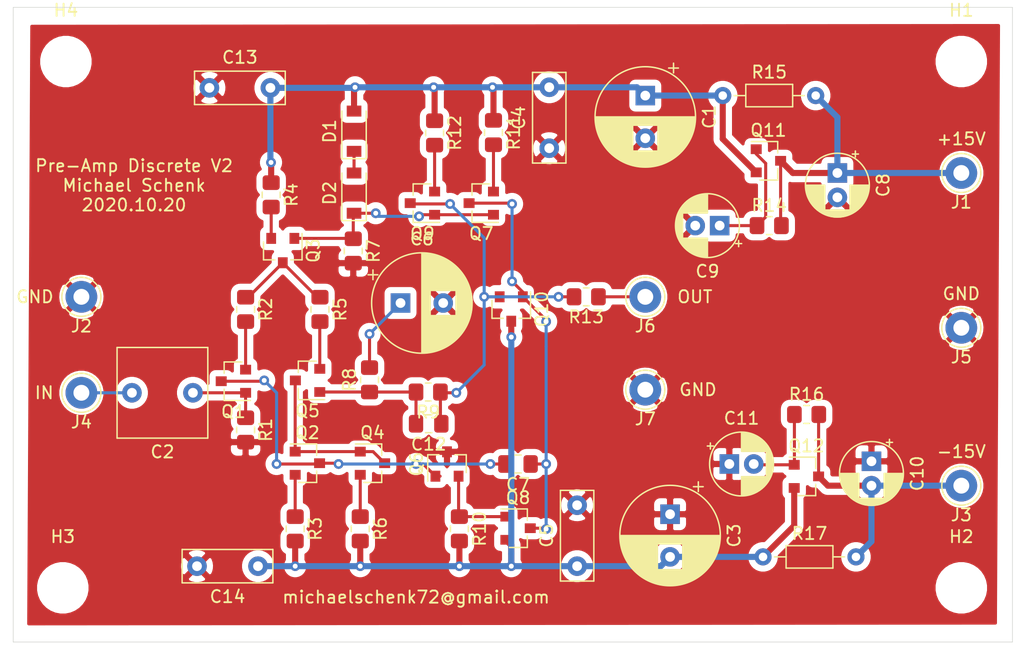
<source format=kicad_pcb>
(kicad_pcb (version 20171130) (host pcbnew "(5.1.7-0-10_14)")
  (layers (0 F.Cu signal) (31 B.Cu signal) (34 B.Paste user) (35 F.Paste user) (36 B.SilkS user) (37 F.SilkS user) (38 B.Mask user) (39 F.Mask user) (44 Edge.Cuts user))
  (net 0 "")
  (net 1 GND)
  (net 2 +15V)
  (net 3 "Net-(C2-Pad2)")
  (net 4 "Net-(C2-Pad1)")
  (net 5 -15V)
  (net 6 "Net-(C6-Pad1)")
  (net 7 "Net-(C7-Pad2)")
  (net 8 "Net-(C7-Pad1)")
  (net 9 "Net-(C8-Pad1)")
  (net 10 "Net-(C9-Pad1)")
  (net 11 "Net-(C10-Pad2)")
  (net 12 "Net-(C11-Pad2)")
  (net 13 "Net-(D1-Pad1)")
  (net 14 "Net-(D2-Pad1)")
  (net 15 "Net-(J6-Pad1)")
  (net 16 "Net-(Q1-Pad2)")
  (net 17 "Net-(Q2-Pad2)")
  (net 18 "Net-(Q2-Pad1)")
  (net 19 "Net-(Q3-Pad3)")
  (net 20 "Net-(Q3-Pad2)")
  (net 21 "Net-(Q4-Pad2)")
  (net 22 "Net-(Q5-Pad2)")
  (net 23 "Net-(Q6-Pad2)")
  (net 24 "Net-(Q7-Pad2)")
  (net 25 "Net-(Q9-Pad2)")
  (net 26 "Net-(C12-Pad2)")
  (net 27 "Net-(C12-Pad1)")
  (module Capacitor_THT:C_Rect_L7.2mm_W2.5mm_P5.00mm_FKS2_FKP2_MKS2_MKP2 (layer F.Cu) (at 141.986 141.732 180)
    (fp_text reference C14 (at 2.5 -2.5) (layer F.SilkS))
    (fp_text value 100nF)
    (pad 2 thru_hole circle (at 5 0 180) (size 1.6 1.6) (drill 0.8) (layers *.Cu *.Mask) (net 1 GND))
    (pad 1 thru_hole circle (at 0 0 180) (size 1.6 1.6) (drill 0.8) (layers *.Cu *.Mask) (net 5 -15V))
  )
  (module Capacitor_THT:C_Rect_L7.2mm_W2.5mm_P5.00mm_FKS2_FKP2_MKS2_MKP2 (layer F.Cu) (at 138.002 102.489)
    (fp_text reference C13 (at 2.5 -2.5) (layer F.SilkS))
    (fp_text value 100nF)
    (pad 2 thru_hole circle (at 5 0) (size 1.6 1.6) (drill 0.8) (layers *.Cu *.Mask) (net 2 +15V))
    (pad 1 thru_hole circle (at 0 0) (size 1.6 1.6) (drill 0.8) (layers *.Cu *.Mask) (net 1 GND))
  )
  (module Capacitor_THT:C_Rect_L7.2mm_W2.5mm_P5.00mm_FKS2_FKP2_MKS2_MKP2 (layer F.Cu) (at 168.148 141.732 90)
    (fp_text reference C5 (at 2.5 -2.5 90) (layer F.SilkS))
    (fp_text value 100nF)
    (pad 2 thru_hole circle (at 5 0 90) (size 1.6 1.6) (drill 0.8) (layers *.Cu *.Mask) (net 1 GND))
    (pad 1 thru_hole circle (at 0 0 90) (size 1.6 1.6) (drill 0.8) (layers *.Cu *.Mask) (net 5 -15V))
  )
  (module Capacitor_THT:C_Rect_L7.2mm_W2.5mm_P5.00mm_FKS2_FKP2_MKS2_MKP2 (layer F.Cu) (at 165.862 107.442 90)
    (fp_text reference C4 (at 2.5 -2.5 90) (layer F.SilkS))
    (fp_text value 100nF)
    (pad 2 thru_hole circle (at 5 0 90) (size 1.6 1.6) (drill 0.8) (layers *.Cu *.Mask) (net 2 +15V))
    (pad 1 thru_hole circle (at 0 0 90) (size 1.6 1.6) (drill 0.8) (layers *.Cu *.Mask) (net 1 GND))
  )
  (module Resistor_SMD:R_0805_2012Metric_Pad1.20x1.40mm_HandSolder (layer F.Cu) (at 143.0655 111.268 270)
    (fp_text reference R4 (at 0 -1.65 90) (layer F.SilkS))
    (fp_text value 150R)
    (pad 2 smd roundrect (at 1 0 270) (size 1.2 1.4) (layers F.Cu F.Paste F.Mask) (roundrect_rratio 0.2083325) (net 20 "Net-(Q3-Pad2)"))
    (pad 1 smd roundrect (at -1 0 270) (size 1.2 1.4) (layers F.Cu F.Paste F.Mask) (roundrect_rratio 0.2083325) (net 2 +15V))
  )
  (module Capacitor_SMD:C_0805_2012Metric_Pad1.18x1.45mm_HandSolder (layer F.Cu) (at 163.3005 133.35 180)
    (fp_text reference C7 (at 0 -1.68) (layer F.SilkS))
    (fp_text value 270pF)
    (pad 2 smd roundrect (at 1.0375 0 180) (size 1.175 1.45) (layers F.Cu F.Paste F.Mask) (roundrect_rratio 0.212766) (net 7 "Net-(C7-Pad2)"))
    (pad 1 smd roundrect (at -1.0375 0 180) (size 1.175 1.45) (layers F.Cu F.Paste F.Mask) (roundrect_rratio 0.212766) (net 8 "Net-(C7-Pad1)"))
  )
  (module Capacitor_SMD:C_0805_2012Metric_Pad1.18x1.45mm_HandSolder (layer F.Cu) (at 155.9775 130.048 180)
    (fp_text reference C12 (at 0 -1.68) (layer F.SilkS))
    (fp_text value 4.7pF)
    (pad 2 smd roundrect (at 1.0375 0 180) (size 1.175 1.45) (layers F.Cu F.Paste F.Mask) (roundrect_rratio 0.212766) (net 26 "Net-(C12-Pad2)"))
    (pad 1 smd roundrect (at -1.0375 0 180) (size 1.175 1.45) (layers F.Cu F.Paste F.Mask) (roundrect_rratio 0.212766) (net 27 "Net-(C12-Pad1)"))
  )
  (module Package_TO_SOT_SMD:SOT-23 (layer F.Cu) (at 155.464 111.948 180)
    (fp_text reference Q9 (at 0 -2.5) (layer F.SilkS))
    (fp_text value BC860C)
    (pad 1 smd rect (at -1 -0.95 180) (size 0.9 0.8) (layers F.Cu F.Paste F.Mask) (net 14 "Net-(D2-Pad1)"))
    (pad 2 smd rect (at -1 0.95 180) (size 0.9 0.8) (layers F.Cu F.Paste F.Mask) (net 25 "Net-(Q9-Pad2)"))
    (pad 3 smd rect (at 1 0 180) (size 0.9 0.8) (layers F.Cu F.Paste F.Mask) (net 27 "Net-(C12-Pad1)"))
  )
  (module Resistor_SMD:R_0805_2012Metric_Pad1.20x1.40mm_HandSolder (layer F.Cu) (at 140.97 130.556 270)
    (fp_text reference R1 (at 0 -1.65 90) (layer F.SilkS))
    (fp_text value 22k)
    (pad 2 smd roundrect (at 1 0 270) (size 1.2 1.4) (layers F.Cu F.Paste F.Mask) (roundrect_rratio 0.2083325) (net 1 GND))
    (pad 1 smd roundrect (at -1 0 270) (size 1.2 1.4) (layers F.Cu F.Paste F.Mask) (roundrect_rratio 0.2083325) (net 4 "Net-(C2-Pad1)"))
  )
  (module Resistor_THT:R_Axial_DIN0204_L3.6mm_D1.6mm_P7.62mm_Horizontal (layer F.Cu) (at 183.388 140.97)
    (fp_text reference R17 (at 3.81 -1.92) (layer F.SilkS))
    (fp_text value 0R)
    (pad 2 thru_hole oval (at 7.62 0) (size 1.4 1.4) (drill 0.7) (layers *.Cu *.Mask) (net 11 "Net-(C10-Pad2)"))
    (pad 1 thru_hole circle (at 0 0) (size 1.4 1.4) (drill 0.7) (layers *.Cu *.Mask) (net 5 -15V))
  )
  (module Resistor_SMD:R_0805_2012Metric_Pad1.20x1.40mm_HandSolder (layer F.Cu) (at 186.96 129.286)
    (fp_text reference R16 (at 0 -1.65) (layer F.SilkS))
    (fp_text value 22k)
    (pad 2 smd roundrect (at 1 0) (size 1.2 1.4) (layers F.Cu F.Paste F.Mask) (roundrect_rratio 0.2083325) (net 11 "Net-(C10-Pad2)"))
    (pad 1 smd roundrect (at -1 0) (size 1.2 1.4) (layers F.Cu F.Paste F.Mask) (roundrect_rratio 0.2083325) (net 12 "Net-(C11-Pad2)"))
  )
  (module Resistor_THT:R_Axial_DIN0204_L3.6mm_D1.6mm_P7.62mm_Horizontal (layer F.Cu) (at 180.086 103.124)
    (fp_text reference R15 (at 3.81 -1.92) (layer F.SilkS))
    (fp_text value 0R)
    (pad 2 thru_hole oval (at 7.62 0) (size 1.4 1.4) (drill 0.7) (layers *.Cu *.Mask) (net 9 "Net-(C8-Pad1)"))
    (pad 1 thru_hole circle (at 0 0) (size 1.4 1.4) (drill 0.7) (layers *.Cu *.Mask) (net 2 +15V))
  )
  (module Resistor_SMD:R_0805_2012Metric_Pad1.20x1.40mm_HandSolder (layer F.Cu) (at 183.896 113.792)
    (fp_text reference R14 (at 0 -1.65) (layer F.SilkS))
    (fp_text value 22k)
    (pad 2 smd roundrect (at 1 0) (size 1.2 1.4) (layers F.Cu F.Paste F.Mask) (roundrect_rratio 0.2083325) (net 9 "Net-(C8-Pad1)"))
    (pad 1 smd roundrect (at -1 0) (size 1.2 1.4) (layers F.Cu F.Paste F.Mask) (roundrect_rratio 0.2083325) (net 10 "Net-(C9-Pad1)"))
  )
  (module Resistor_SMD:R_0805_2012Metric_Pad1.20x1.40mm_HandSolder (layer F.Cu) (at 168.894 119.634 180)
    (fp_text reference R13 (at 0 -1.65) (layer F.SilkS))
    (fp_text value 47R)
    (pad 2 smd roundrect (at 1 0 180) (size 1.2 1.4) (layers F.Cu F.Paste F.Mask) (roundrect_rratio 0.2083325) (net 27 "Net-(C12-Pad1)"))
    (pad 1 smd roundrect (at -1 0 180) (size 1.2 1.4) (layers F.Cu F.Paste F.Mask) (roundrect_rratio 0.2083325) (net 15 "Net-(J6-Pad1)"))
  )
  (module Resistor_SMD:R_0805_2012Metric_Pad1.20x1.40mm_HandSolder (layer F.Cu) (at 156.464 106.188 270)
    (fp_text reference R12 (at 0 -1.65 90) (layer F.SilkS))
    (fp_text value 100R)
    (pad 2 smd roundrect (at 1 0 270) (size 1.2 1.4) (layers F.Cu F.Paste F.Mask) (roundrect_rratio 0.2083325) (net 25 "Net-(Q9-Pad2)"))
    (pad 1 smd roundrect (at -1 0 270) (size 1.2 1.4) (layers F.Cu F.Paste F.Mask) (roundrect_rratio 0.2083325) (net 2 +15V))
  )
  (module Resistor_SMD:R_0805_2012Metric_Pad1.20x1.40mm_HandSolder (layer F.Cu) (at 161.29 106.156 270)
    (fp_text reference R11 (at 0 -1.65 90) (layer F.SilkS))
    (fp_text value 100R)
    (pad 2 smd roundrect (at 1 0 270) (size 1.2 1.4) (layers F.Cu F.Paste F.Mask) (roundrect_rratio 0.2083325) (net 24 "Net-(Q7-Pad2)"))
    (pad 1 smd roundrect (at -1 0 270) (size 1.2 1.4) (layers F.Cu F.Paste F.Mask) (roundrect_rratio 0.2083325) (net 2 +15V))
  )
  (module Resistor_SMD:R_0805_2012Metric_Pad1.20x1.40mm_HandSolder (layer F.Cu) (at 158.496 138.668 270)
    (fp_text reference R10 (at 0 -1.65 90) (layer F.SilkS))
    (fp_text value 2k2)
    (pad 2 smd roundrect (at 1 0 270) (size 1.2 1.4) (layers F.Cu F.Paste F.Mask) (roundrect_rratio 0.2083325) (net 5 -15V))
    (pad 1 smd roundrect (at -1 0 270) (size 1.2 1.4) (layers F.Cu F.Paste F.Mask) (roundrect_rratio 0.2083325) (net 23 "Net-(Q6-Pad2)"))
  )
  (module Resistor_SMD:R_0805_2012Metric_Pad1.20x1.40mm_HandSolder (layer F.Cu) (at 155.94 127.4445 180)
    (fp_text reference R9 (at 0 -1.65) (layer F.SilkS))
    (fp_text value 22k)
    (pad 2 smd roundrect (at 1 0 180) (size 1.2 1.4) (layers F.Cu F.Paste F.Mask) (roundrect_rratio 0.2083325) (net 26 "Net-(C12-Pad2)"))
    (pad 1 smd roundrect (at -1 0 180) (size 1.2 1.4) (layers F.Cu F.Paste F.Mask) (roundrect_rratio 0.2083325) (net 27 "Net-(C12-Pad1)"))
  )
  (module Resistor_SMD:R_0805_2012Metric_Pad1.20x1.40mm_HandSolder (layer F.Cu) (at 151.13 126.4445 90)
    (fp_text reference R8 (at 0 -1.65 90) (layer F.SilkS))
    (fp_text value 22k)
    (pad 2 smd roundrect (at 1 0 90) (size 1.2 1.4) (layers F.Cu F.Paste F.Mask) (roundrect_rratio 0.2083325) (net 6 "Net-(C6-Pad1)"))
    (pad 1 smd roundrect (at -1 0 90) (size 1.2 1.4) (layers F.Cu F.Paste F.Mask) (roundrect_rratio 0.2083325) (net 26 "Net-(C12-Pad2)"))
  )
  (module Resistor_SMD:R_0805_2012Metric_Pad1.20x1.40mm_HandSolder (layer F.Cu) (at 149.7965 115.8715 270)
    (fp_text reference R7 (at 0 -1.65 90) (layer F.SilkS))
    (fp_text value 22k)
    (pad 2 smd roundrect (at 1 0 270) (size 1.2 1.4) (layers F.Cu F.Paste F.Mask) (roundrect_rratio 0.2083325) (net 1 GND))
    (pad 1 smd roundrect (at -1 0 270) (size 1.2 1.4) (layers F.Cu F.Paste F.Mask) (roundrect_rratio 0.2083325) (net 14 "Net-(D2-Pad1)"))
  )
  (module Resistor_SMD:R_0805_2012Metric_Pad1.20x1.40mm_HandSolder (layer F.Cu) (at 150.368 138.668 270)
    (fp_text reference R6 (at 0 -1.65 90) (layer F.SilkS))
    (fp_text value 68)
    (pad 2 smd roundrect (at 1 0 270) (size 1.2 1.4) (layers F.Cu F.Paste F.Mask) (roundrect_rratio 0.2083325) (net 5 -15V))
    (pad 1 smd roundrect (at -1 0 270) (size 1.2 1.4) (layers F.Cu F.Paste F.Mask) (roundrect_rratio 0.2083325) (net 21 "Net-(Q4-Pad2)"))
  )
  (module Resistor_SMD:R_0805_2012Metric_Pad1.20x1.40mm_HandSolder (layer F.Cu) (at 147.066 120.666 270)
    (fp_text reference R5 (at 0 -1.65 90) (layer F.SilkS))
    (fp_text value 100R)
    (pad 2 smd roundrect (at 1 0 270) (size 1.2 1.4) (layers F.Cu F.Paste F.Mask) (roundrect_rratio 0.2083325) (net 22 "Net-(Q5-Pad2)"))
    (pad 1 smd roundrect (at -1 0 270) (size 1.2 1.4) (layers F.Cu F.Paste F.Mask) (roundrect_rratio 0.2083325) (net 19 "Net-(Q3-Pad3)"))
  )
  (module Resistor_SMD:R_0805_2012Metric_Pad1.20x1.40mm_HandSolder (layer F.Cu) (at 145.034 138.668 270)
    (fp_text reference R3 (at 0 -1.65 90) (layer F.SilkS))
    (fp_text value 68)
    (pad 2 smd roundrect (at 1 0 270) (size 1.2 1.4) (layers F.Cu F.Paste F.Mask) (roundrect_rratio 0.2083325) (net 5 -15V))
    (pad 1 smd roundrect (at -1 0 270) (size 1.2 1.4) (layers F.Cu F.Paste F.Mask) (roundrect_rratio 0.2083325) (net 17 "Net-(Q2-Pad2)"))
  )
  (module Resistor_SMD:R_0805_2012Metric_Pad1.20x1.40mm_HandSolder (layer F.Cu) (at 140.97 120.666 270)
    (fp_text reference R2 (at 0 -1.65 90) (layer F.SilkS))
    (fp_text value 100R)
    (pad 2 smd roundrect (at 1 0 270) (size 1.2 1.4) (layers F.Cu F.Paste F.Mask) (roundrect_rratio 0.2083325) (net 16 "Net-(Q1-Pad2)"))
    (pad 1 smd roundrect (at -1 0 270) (size 1.2 1.4) (layers F.Cu F.Paste F.Mask) (roundrect_rratio 0.2083325) (net 19 "Net-(Q3-Pad3)"))
  )
  (module Package_TO_SOT_SMD:SOT-23 (layer F.Cu) (at 186.944 134.366)
    (fp_text reference Q12 (at 0 -2.5) (layer F.SilkS))
    (fp_text value BC860C)
    (pad 3 smd rect (at 1 0) (size 0.9 0.8) (layers F.Cu F.Paste F.Mask) (net 11 "Net-(C10-Pad2)"))
    (pad 2 smd rect (at -1 0.95) (size 0.9 0.8) (layers F.Cu F.Paste F.Mask) (net 5 -15V))
    (pad 1 smd rect (at -1 -0.95) (size 0.9 0.8) (layers F.Cu F.Paste F.Mask) (net 12 "Net-(C11-Pad2)"))
  )
  (module Package_TO_SOT_SMD:SOT-23 (layer F.Cu) (at 183.83 108.474)
    (fp_text reference Q11 (at 0 -2.5) (layer F.SilkS))
    (fp_text value BC850C)
    (pad 3 smd rect (at 1 0) (size 0.9 0.8) (layers F.Cu F.Paste F.Mask) (net 9 "Net-(C8-Pad1)"))
    (pad 2 smd rect (at -1 0.95) (size 0.9 0.8) (layers F.Cu F.Paste F.Mask) (net 2 +15V))
    (pad 1 smd rect (at -1 -0.95) (size 0.9 0.8) (layers F.Cu F.Paste F.Mask) (net 10 "Net-(C9-Pad1)"))
  )
  (module Package_TO_SOT_SMD:SOT-23 (layer F.Cu) (at 162.748 120.634 270)
    (fp_text reference Q10 (at 0 -2.5 90) (layer F.SilkS))
    (fp_text value BC860C)
    (pad 3 smd rect (at 1 0 270) (size 0.9 0.8) (layers F.Cu F.Paste F.Mask) (net 5 -15V))
    (pad 2 smd rect (at -1 0.95 270) (size 0.9 0.8) (layers F.Cu F.Paste F.Mask) (net 27 "Net-(C12-Pad1)"))
    (pad 1 smd rect (at -1 -0.95 270) (size 0.9 0.8) (layers F.Cu F.Paste F.Mask) (net 8 "Net-(C7-Pad1)"))
  )
  (module Package_TO_SOT_SMD:SOT-23 (layer F.Cu) (at 163.306 138.618)
    (fp_text reference Q8 (at 0 -2.5) (layer F.SilkS))
    (fp_text value BC850C)
    (pad 3 smd rect (at 1 0) (size 0.9 0.8) (layers F.Cu F.Paste F.Mask) (net 8 "Net-(C7-Pad1)"))
    (pad 2 smd rect (at -1 0.95) (size 0.9 0.8) (layers F.Cu F.Paste F.Mask) (net 5 -15V))
    (pad 1 smd rect (at -1 -0.95) (size 0.9 0.8) (layers F.Cu F.Paste F.Mask) (net 23 "Net-(Q6-Pad2)"))
  )
  (module Package_TO_SOT_SMD:SOT-23 (layer F.Cu) (at 160.29 111.948 180)
    (fp_text reference Q7 (at 0 -2.5) (layer F.SilkS))
    (fp_text value BC860C)
    (pad 3 smd rect (at 1 0 180) (size 0.9 0.8) (layers F.Cu F.Paste F.Mask) (net 8 "Net-(C7-Pad1)"))
    (pad 2 smd rect (at -1 0.95 180) (size 0.9 0.8) (layers F.Cu F.Paste F.Mask) (net 24 "Net-(Q7-Pad2)"))
    (pad 1 smd rect (at -1 -0.95 180) (size 0.9 0.8) (layers F.Cu F.Paste F.Mask) (net 14 "Net-(D2-Pad1)"))
  )
  (module Package_TO_SOT_SMD:SOT-23 (layer F.Cu) (at 157.48 133.35 90)
    (fp_text reference Q6 (at 0 -2.5 90) (layer F.SilkS))
    (fp_text value BC850C)
    (pad 3 smd rect (at 1 0 90) (size 0.9 0.8) (layers F.Cu F.Paste F.Mask) (net 1 GND))
    (pad 2 smd rect (at -1 0.95 90) (size 0.9 0.8) (layers F.Cu F.Paste F.Mask) (net 23 "Net-(Q6-Pad2)"))
    (pad 1 smd rect (at -1 -0.95 90) (size 0.9 0.8) (layers F.Cu F.Paste F.Mask) (net 7 "Net-(C7-Pad2)"))
  )
  (module Package_TO_SOT_SMD:SOT-23 (layer F.Cu) (at 146.05 126.492 180)
    (fp_text reference Q5 (at 0 -2.5) (layer F.SilkS))
    (fp_text value BC860C)
    (pad 3 smd rect (at 1 0 180) (size 0.9 0.8) (layers F.Cu F.Paste F.Mask) (net 18 "Net-(Q2-Pad1)"))
    (pad 2 smd rect (at -1 0.95 180) (size 0.9 0.8) (layers F.Cu F.Paste F.Mask) (net 22 "Net-(Q5-Pad2)"))
    (pad 1 smd rect (at -1 -0.95 180) (size 0.9 0.8) (layers F.Cu F.Paste F.Mask) (net 26 "Net-(C12-Pad2)"))
  )
  (module Package_TO_SOT_SMD:SOT-23 (layer F.Cu) (at 151.368 133.284)
    (fp_text reference Q4 (at 0 -2.5) (layer F.SilkS))
    (fp_text value BC850C)
    (pad 3 smd rect (at 1 0) (size 0.9 0.8) (layers F.Cu F.Paste F.Mask) (net 18 "Net-(Q2-Pad1)"))
    (pad 2 smd rect (at -1 0.95) (size 0.9 0.8) (layers F.Cu F.Paste F.Mask) (net 21 "Net-(Q4-Pad2)"))
    (pad 1 smd rect (at -1 -0.95) (size 0.9 0.8) (layers F.Cu F.Paste F.Mask) (net 18 "Net-(Q2-Pad1)"))
  )
  (module Package_TO_SOT_SMD:SOT-23 (layer F.Cu) (at 144.018 115.84 270)
    (fp_text reference Q3 (at 0 -2.5 90) (layer F.SilkS))
    (fp_text value BC860C)
    (pad 3 smd rect (at 1 0 270) (size 0.9 0.8) (layers F.Cu F.Paste F.Mask) (net 19 "Net-(Q3-Pad3)"))
    (pad 2 smd rect (at -1 0.95 270) (size 0.9 0.8) (layers F.Cu F.Paste F.Mask) (net 20 "Net-(Q3-Pad2)"))
    (pad 1 smd rect (at -1 -0.95 270) (size 0.9 0.8) (layers F.Cu F.Paste F.Mask) (net 14 "Net-(D2-Pad1)"))
  )
  (module Package_TO_SOT_SMD:SOT-23 (layer F.Cu) (at 146.034 133.284)
    (fp_text reference Q2 (at 0 -2.5) (layer F.SilkS))
    (fp_text value BC850C)
    (pad 3 smd rect (at 1 0) (size 0.9 0.8) (layers F.Cu F.Paste F.Mask) (net 7 "Net-(C7-Pad2)"))
    (pad 2 smd rect (at -1 0.95) (size 0.9 0.8) (layers F.Cu F.Paste F.Mask) (net 17 "Net-(Q2-Pad2)"))
    (pad 1 smd rect (at -1 -0.95) (size 0.9 0.8) (layers F.Cu F.Paste F.Mask) (net 18 "Net-(Q2-Pad1)"))
  )
  (module Package_TO_SOT_SMD:SOT-23 (layer F.Cu) (at 139.97 126.558 180)
    (fp_text reference Q1 (at 0 -2.5) (layer F.SilkS))
    (fp_text value BC860C)
    (pad 3 smd rect (at 1 0 180) (size 0.9 0.8) (layers F.Cu F.Paste F.Mask) (net 7 "Net-(C7-Pad2)"))
    (pad 2 smd rect (at -1 0.95 180) (size 0.9 0.8) (layers F.Cu F.Paste F.Mask) (net 16 "Net-(Q1-Pad2)"))
    (pad 1 smd rect (at -1 -0.95 180) (size 0.9 0.8) (layers F.Cu F.Paste F.Mask) (net 4 "Net-(C2-Pad1)"))
  )
  (module Connector_Pin:Pin_D1.3mm_L11.0mm (layer F.Cu) (at 173.736 127.254)
    (fp_text reference J7 (at 0 2.4) (layer F.SilkS))
    (fp_text value Conn_01x01)
    (pad 1 thru_hole circle (at 0 0) (size 2.6 2.6) (drill 1.3) (layers *.Cu *.Mask) (net 1 GND))
  )
  (module Connector_Pin:Pin_D1.3mm_L11.0mm (layer F.Cu) (at 173.736 119.634)
    (fp_text reference J6 (at 0 2.4) (layer F.SilkS))
    (fp_text value Conn_01x01)
    (pad 1 thru_hole circle (at 0 0) (size 2.6 2.6) (drill 1.3) (layers *.Cu *.Mask) (net 15 "Net-(J6-Pad1)"))
  )
  (module Connector_Pin:Pin_D1.3mm_L11.0mm (layer F.Cu) (at 199.644 122.174)
    (fp_text reference J5 (at 0 2.4) (layer F.SilkS))
    (fp_text value Conn_01x01)
    (pad 1 thru_hole circle (at 0 0) (size 2.6 2.6) (drill 1.3) (layers *.Cu *.Mask) (net 1 GND))
  )
  (module Connector_Pin:Pin_D1.3mm_L11.0mm (layer F.Cu) (at 127.508 127.508)
    (fp_text reference J4 (at 0 2.4) (layer F.SilkS))
    (fp_text value Conn_01x01)
    (pad 1 thru_hole circle (at 0 0) (size 2.6 2.6) (drill 1.3) (layers *.Cu *.Mask) (net 3 "Net-(C2-Pad2)"))
  )
  (module Connector_Pin:Pin_D1.3mm_L11.0mm (layer F.Cu) (at 199.644 135.128)
    (fp_text reference J3 (at 0 2.4) (layer F.SilkS))
    (fp_text value Conn_01x01)
    (pad 1 thru_hole circle (at 0 0) (size 2.6 2.6) (drill 1.3) (layers *.Cu *.Mask) (net 11 "Net-(C10-Pad2)"))
  )
  (module Connector_Pin:Pin_D1.3mm_L11.0mm (layer F.Cu) (at 127.508 119.634)
    (fp_text reference J2 (at 0 2.4) (layer F.SilkS))
    (fp_text value Conn_01x01)
    (pad 1 thru_hole circle (at 0 0) (size 2.6 2.6) (drill 1.3) (layers *.Cu *.Mask) (net 1 GND))
  )
  (module Connector_Pin:Pin_D1.3mm_L11.0mm (layer F.Cu) (at 199.644 109.474)
    (fp_text reference J1 (at 0 2.4) (layer F.SilkS))
    (fp_text value Conn_01x01)
    (pad 1 thru_hole circle (at 0 0) (size 2.6 2.6) (drill 1.3) (layers *.Cu *.Mask) (net 9 "Net-(C8-Pad1)"))
  )
  (module MountingHole:MountingHole_3.2mm_M3 (layer F.Cu) (at 126.238 100.33)
    (fp_text reference H4 (at 0 -4.2) (layer F.SilkS))
    (fp_text value MountingHole)
    (pad 1 np_thru_hole circle (at 0 0) (size 3.2 3.2) (drill 3.2) (layers *.Cu *.Mask))
  )
  (module MountingHole:MountingHole_3.2mm_M3 (layer F.Cu) (at 125.984 143.51)
    (fp_text reference H3 (at 0 -4.2) (layer F.SilkS))
    (fp_text value MountingHole)
    (pad 1 np_thru_hole circle (at 0 0) (size 3.2 3.2) (drill 3.2) (layers *.Cu *.Mask))
  )
  (module MountingHole:MountingHole_3.2mm_M3 (layer F.Cu) (at 199.644 143.51)
    (fp_text reference H2 (at 0 -4.2) (layer F.SilkS))
    (fp_text value MountingHole)
    (pad 1 np_thru_hole circle (at 0 0) (size 3.2 3.2) (drill 3.2) (layers *.Cu *.Mask))
  )
  (module MountingHole:MountingHole_3.2mm_M3 (layer F.Cu) (at 199.644 100.33)
    (fp_text reference H1 (at 0 -4.2) (layer F.SilkS))
    (fp_text value MountingHole)
    (pad 1 np_thru_hole circle (at 0 0) (size 3.2 3.2) (drill 3.2) (layers *.Cu *.Mask))
  )
  (module Diode_SMD:D_SOD-123 (layer F.Cu) (at 149.86 111.126 90)
    (fp_text reference D2 (at 0 -2 90) (layer F.SilkS))
    (fp_text value 1N4148W)
    (pad 2 smd rect (at 1.65 0 90) (size 0.9 1.2) (layers F.Cu F.Paste F.Mask) (net 13 "Net-(D1-Pad1)"))
    (pad 1 smd rect (at -1.65 0 90) (size 0.9 1.2) (layers F.Cu F.Paste F.Mask) (net 14 "Net-(D2-Pad1)"))
  )
  (module Diode_SMD:D_SOD-123 (layer F.Cu) (at 149.86 106.046 90)
    (fp_text reference D1 (at 0 -2 90) (layer F.SilkS))
    (fp_text value 1N4148W)
    (pad 2 smd rect (at 1.65 0 90) (size 0.9 1.2) (layers F.Cu F.Paste F.Mask) (net 2 +15V))
    (pad 1 smd rect (at -1.65 0 90) (size 0.9 1.2) (layers F.Cu F.Paste F.Mask) (net 13 "Net-(D1-Pad1)"))
  )
  (module Capacitor_THT:CP_Radial_D5.0mm_P2.00mm (layer F.Cu) (at 180.626 133.35)
    (fp_text reference C11 (at 1 -3.75) (layer F.SilkS))
    (fp_text value 4.7uF)
    (pad 2 thru_hole circle (at 2 0) (size 1.6 1.6) (drill 0.8) (layers *.Cu *.Mask) (net 12 "Net-(C11-Pad2)"))
    (pad 1 thru_hole rect (at 0 0) (size 1.6 1.6) (drill 0.8) (layers *.Cu *.Mask) (net 1 GND))
  )
  (module Capacitor_THT:CP_Radial_D5.0mm_P2.00mm (layer F.Cu) (at 192.278 133.128 270)
    (fp_text reference C10 (at 1 -3.75 90) (layer F.SilkS))
    (fp_text value 4.7uF)
    (pad 2 thru_hole circle (at 2 0 270) (size 1.6 1.6) (drill 0.8) (layers *.Cu *.Mask) (net 11 "Net-(C10-Pad2)"))
    (pad 1 thru_hole rect (at 0 0 270) (size 1.6 1.6) (drill 0.8) (layers *.Cu *.Mask) (net 1 GND))
  )
  (module Capacitor_THT:CP_Radial_D5.0mm_P2.00mm (layer F.Cu) (at 179.832 113.792 180)
    (fp_text reference C9 (at 1 -3.75) (layer F.SilkS))
    (fp_text value 4.7uF)
    (pad 2 thru_hole circle (at 2 0 180) (size 1.6 1.6) (drill 0.8) (layers *.Cu *.Mask) (net 1 GND))
    (pad 1 thru_hole rect (at 0 0 180) (size 1.6 1.6) (drill 0.8) (layers *.Cu *.Mask) (net 10 "Net-(C9-Pad1)"))
  )
  (module Capacitor_THT:CP_Radial_D5.0mm_P2.00mm (layer F.Cu) (at 189.484 109.474 270)
    (fp_text reference C8 (at 1 -3.75 90) (layer F.SilkS))
    (fp_text value 4.7uF)
    (pad 2 thru_hole circle (at 2 0 270) (size 1.6 1.6) (drill 0.8) (layers *.Cu *.Mask) (net 1 GND))
    (pad 1 thru_hole rect (at 0 0 270) (size 1.6 1.6) (drill 0.8) (layers *.Cu *.Mask) (net 9 "Net-(C8-Pad1)"))
  )
  (module Capacitor_THT:CP_Radial_D8.0mm_P3.50mm (layer F.Cu) (at 153.67 120.142)
    (fp_text reference C6 (at 1.75 -5.25) (layer F.SilkS))
    (fp_text value 100uF)
    (pad 2 thru_hole circle (at 3.5 0) (size 1.6 1.6) (drill 0.8) (layers *.Cu *.Mask) (net 1 GND))
    (pad 1 thru_hole rect (at 0 0) (size 1.6 1.6) (drill 0.8) (layers *.Cu *.Mask) (net 6 "Net-(C6-Pad1)"))
  )
  (module Capacitor_THT:CP_Radial_D8.0mm_P3.50mm (layer F.Cu) (at 175.768 137.47 270)
    (fp_text reference C3 (at 1.75 -5.25 90) (layer F.SilkS))
    (fp_text value 100uF)
    (pad 2 thru_hole circle (at 3.5 0 270) (size 1.6 1.6) (drill 0.8) (layers *.Cu *.Mask) (net 5 -15V))
    (pad 1 thru_hole rect (at 0 0 270) (size 1.6 1.6) (drill 0.8) (layers *.Cu *.Mask) (net 1 GND))
  )
  (module Capacitor_THT:C_Rect_L7.2mm_W7.2mm_P5.00mm_FKS2_FKP2_MKS2_MKP2 (layer F.Cu) (at 136.652 127.508 180)
    (fp_text reference C2 (at 2.5 -4.85) (layer F.SilkS))
    (fp_text value 2.2uF)
    (pad 2 thru_hole circle (at 5 0 180) (size 1.6 1.6) (drill 0.8) (layers *.Cu *.Mask) (net 3 "Net-(C2-Pad2)"))
    (pad 1 thru_hole circle (at 0 0 180) (size 1.6 1.6) (drill 0.8) (layers *.Cu *.Mask) (net 4 "Net-(C2-Pad1)"))
  )
  (module Capacitor_THT:CP_Radial_D8.0mm_P3.50mm (layer F.Cu) (at 173.736 103.124 270)
    (fp_text reference C1 (at 1.75 -5.25 90) (layer F.SilkS))
    (fp_text value 100uF)
    (pad 2 thru_hole circle (at 3.5 0 270) (size 1.6 1.6) (drill 0.8) (layers *.Cu *.Mask) (net 1 GND))
    (pad 1 thru_hole rect (at 0 0 270) (size 1.6 1.6) (drill 0.8) (layers *.Cu *.Mask) (net 2 +15V))
  )
  (gr_text michaelschenk72@gmail.com (at 154.94 144.272) (layer F.SilkS) (effects (font (size 1 1))))
  (gr_text "Pre-Amp Discrete V2\nMichael Schenk\n2020.10.20" (at 131.826 110.49) (layer F.SilkS) (effects (font (size 1 1))))
  (gr_line (start 203.835 95.885) (end 121.92 95.885) (layer Edge.Cuts) (width 0.05))
  (gr_line (start 203.835 147.955) (end 203.835 95.885) (layer Edge.Cuts) (width 0.05))
  (gr_line (start 121.92 147.955) (end 203.835 147.955) (layer Edge.Cuts) (width 0.05))
  (gr_line (start 121.92 96.52) (end 121.92 147.955) (layer Edge.Cuts) (width 0.05))
  (gr_line (start 121.92 95.885) (end 121.92 96.52) (layer Edge.Cuts) (width 0.05))
  (gr_text GND (at 178.054 127.254) (layer F.SilkS) (effects (font (size 1 1))))
  (gr_text OUT (at 177.8 119.634) (layer F.SilkS) (effects (font (size 1 1))))
  (gr_text GND (at 123.698 119.634) (layer F.SilkS) (effects (font (size 1 1))))
  (gr_text IN (at 124.46 127.508) (layer F.SilkS) (effects (font (size 1 1))))
  (gr_text GND (at 199.644 119.38) (layer F.SilkS) (effects (font (size 1 1))))
  (gr_text -15V (at 199.644 132.334) (layer F.SilkS) (effects (font (size 1 1))))
  (gr_text +15V (at 199.644 106.68) (layer F.SilkS) (effects (font (size 1 1))))
  (segment (start 149.858 104.394) (end 149.86 104.396) (width 0.5) (layer F.Cu) (net 2))
  (via (at 143.0528 108.6104) (size 0.8) (drill 0.4) (layers F.Cu B.Cu) (net 2))
  (via (at 149.94 102.442) (size 0.8) (drill 0.4) (layers F.Cu B.Cu) (net 2))
  (segment (start 149.86 102.522) (end 149.94 102.442) (width 0.5) (layer F.Cu) (net 2))
  (segment (start 149.86 104.396) (end 149.86 102.522) (width 0.5) (layer F.Cu) (net 2))
  (via (at 156.384 102.442) (size 0.8) (drill 0.4) (layers F.Cu B.Cu) (net 2))
  (segment (start 156.384 102.442) (end 149.94 102.442) (width 0.5) (layer B.Cu) (net 2))
  (via (at 161.21 102.442) (size 0.8) (drill 0.4) (layers F.Cu B.Cu) (net 2))
  (segment (start 161.21 102.442) (end 156.384 102.442) (width 0.5) (layer B.Cu) (net 2))
  (segment (start 165.862 102.442) (end 161.21 102.442) (width 0.5) (layer B.Cu) (net 2))
  (segment (start 173.054 102.442) (end 173.736 103.124) (width 0.5) (layer B.Cu) (net 2))
  (segment (start 165.862 102.442) (end 173.054 102.442) (width 0.5) (layer B.Cu) (net 2))
  (segment (start 173.736 103.124) (end 180.086 103.124) (width 0.5) (layer B.Cu) (net 2))
  (segment (start 180.086 106.68) (end 180.086 103.124) (width 0.5) (layer F.Cu) (net 2))
  (segment (start 182.83 109.424) (end 180.086 106.68) (width 0.5) (layer F.Cu) (net 2))
  (segment (start 156.464 102.522) (end 156.384 102.442) (width 0.5) (layer F.Cu) (net 2))
  (segment (start 156.464 105.188) (end 156.464 102.522) (width 0.5) (layer F.Cu) (net 2))
  (segment (start 161.29 102.522) (end 161.21 102.442) (width 0.5) (layer F.Cu) (net 2))
  (segment (start 161.29 105.156) (end 161.29 102.522) (width 0.5) (layer F.Cu) (net 2))
  (segment (start 143.0655 108.6231) (end 143.0528 108.6104) (width 0.5) (layer F.Cu) (net 2))
  (segment (start 143.0655 110.268) (end 143.0655 108.6231) (width 0.5) (layer F.Cu) (net 2))
  (segment (start 149.8676 102.5144) (end 149.94 102.442) (width 0.5) (layer B.Cu) (net 2))
  (segment (start 149.893 102.489) (end 149.94 102.442) (width 0.5) (layer B.Cu) (net 2))
  (segment (start 143.002 102.489) (end 149.893 102.489) (width 0.5) (layer B.Cu) (net 2))
  (segment (start 143.002 108.5596) (end 143.0528 108.6104) (width 0.5) (layer B.Cu) (net 2))
  (segment (start 143.002 102.489) (end 143.002 108.5596) (width 0.5) (layer B.Cu) (net 2))
  (segment (start 127.508 127.508) (end 131.652 127.508) (width 0.25) (layer B.Cu) (net 3))
  (segment (start 140.97 129.556) (end 140.97 127.508) (width 0.25) (layer F.Cu) (net 4))
  (segment (start 140.97 127.508) (end 136.652 127.508) (width 0.25) (layer F.Cu) (net 4))
  (via (at 145.034 141.732) (size 0.8) (drill 0.4) (layers F.Cu B.Cu) (net 5))
  (segment (start 145.034 139.668) (end 145.034 141.732) (width 0.5) (layer F.Cu) (net 5))
  (segment (start 145.034 141.732) (end 150.368 141.732) (width 0.5) (layer B.Cu) (net 5))
  (via (at 150.368 141.732) (size 0.8) (drill 0.4) (layers F.Cu B.Cu) (net 5))
  (segment (start 150.368 139.668) (end 150.368 141.732) (width 0.5) (layer F.Cu) (net 5))
  (segment (start 158.496 139.668) (end 158.496 141.732) (width 0.5) (layer F.Cu) (net 5))
  (via (at 158.496 141.732) (size 0.8) (drill 0.4) (layers F.Cu B.Cu) (net 5))
  (segment (start 150.368 141.732) (end 158.496 141.732) (width 0.5) (layer B.Cu) (net 5))
  (segment (start 158.496 141.732) (end 162.306 141.732) (width 0.5) (layer B.Cu) (net 5))
  (via (at 162.7505 141.732) (size 0.8) (drill 0.4) (layers F.Cu B.Cu) (net 5))
  (segment (start 162.306 141.732) (end 168.148 141.732) (width 0.5) (layer B.Cu) (net 5))
  (segment (start 175.006 141.732) (end 175.768 140.97) (width 0.5) (layer B.Cu) (net 5))
  (segment (start 168.148 141.732) (end 175.006 141.732) (width 0.5) (layer B.Cu) (net 5))
  (segment (start 175.768 140.97) (end 183.388 140.97) (width 0.5) (layer B.Cu) (net 5))
  (segment (start 185.944 138.414) (end 183.388 140.97) (width 0.5) (layer F.Cu) (net 5))
  (segment (start 185.944 135.316) (end 185.944 138.414) (width 0.5) (layer F.Cu) (net 5))
  (via (at 162.7505 122.936) (size 0.8) (drill 0.4) (layers F.Cu B.Cu) (net 5))
  (segment (start 145.034 141.732) (end 141.986 141.732) (width 0.5) (layer B.Cu) (net 5))
  (segment (start 162.748 122.9335) (end 162.7505 122.936) (width 0.5) (layer F.Cu) (net 5))
  (segment (start 162.748 121.634) (end 162.748 122.9335) (width 0.5) (layer F.Cu) (net 5))
  (segment (start 162.7505 122.936) (end 162.7505 140.716) (width 0.5) (layer B.Cu) (net 5))
  (segment (start 162.7505 140.716) (end 162.7505 141.732) (width 0.5) (layer B.Cu) (net 5))
  (segment (start 162.7505 140.0125) (end 162.306 139.568) (width 0.5) (layer F.Cu) (net 5))
  (segment (start 162.7505 141.732) (end 162.7505 140.0125) (width 0.5) (layer F.Cu) (net 5))
  (segment (start 153.67 120.142) (end 151.13 122.682) (width 0.25) (layer B.Cu) (net 6))
  (via (at 151.13 122.682) (size 0.8) (drill 0.4) (layers F.Cu B.Cu) (net 6))
  (segment (start 151.13 125.4445) (end 151.13 122.682) (width 0.25) (layer F.Cu) (net 6))
  (via (at 142.494 126.492) (size 0.8) (drill 0.4) (layers F.Cu B.Cu) (net 7))
  (segment (start 142.428 126.558) (end 142.494 126.492) (width 0.25) (layer F.Cu) (net 7))
  (segment (start 138.97 126.558) (end 142.428 126.558) (width 0.25) (layer F.Cu) (net 7))
  (segment (start 146.968 133.35) (end 147.034 133.284) (width 0.25) (layer F.Cu) (net 7))
  (segment (start 148.524 133.284) (end 148.59 133.35) (width 0.25) (layer F.Cu) (net 7))
  (via (at 148.59 133.35) (size 0.8) (drill 0.4) (layers F.Cu B.Cu) (net 7))
  (segment (start 147.034 133.284) (end 148.524 133.284) (width 0.25) (layer F.Cu) (net 7))
  (segment (start 148.59 133.35) (end 154.94 133.35) (width 0.25) (layer B.Cu) (net 7))
  (via (at 154.94 133.35) (size 0.8) (drill 0.4) (layers F.Cu B.Cu) (net 7))
  (segment (start 155.53 133.35) (end 156.53 134.35) (width 0.25) (layer F.Cu) (net 7))
  (segment (start 154.94 133.35) (end 155.53 133.35) (width 0.25) (layer F.Cu) (net 7))
  (segment (start 156.53 134.35) (end 156.915002 134.35) (width 0.25) (layer F.Cu) (net 7))
  (via (at 161.036 133.35) (size 0.8) (drill 0.4) (layers F.Cu B.Cu) (net 7))
  (segment (start 161.036 133.35) (end 162.263 133.35) (width 0.25) (layer F.Cu) (net 7))
  (segment (start 154.94 133.35) (end 161.036 133.35) (width 0.25) (layer B.Cu) (net 7))
  (via (at 143.51 133.35) (size 0.8) (drill 0.4) (layers F.Cu B.Cu) (net 7))
  (segment (start 143.51 133.35) (end 146.968 133.35) (width 0.25) (layer F.Cu) (net 7))
  (segment (start 143.51 127.508) (end 143.51 133.35) (width 0.25) (layer B.Cu) (net 7))
  (segment (start 142.494 126.492) (end 143.51 127.508) (width 0.25) (layer B.Cu) (net 7))
  (segment (start 164.306 138.618) (end 165.542 138.618) (width 0.25) (layer F.Cu) (net 8))
  (via (at 165.608 138.684) (size 0.8) (drill 0.4) (layers F.Cu B.Cu) (net 8))
  (segment (start 165.542 138.618) (end 165.608 138.684) (width 0.25) (layer F.Cu) (net 8))
  (via (at 162.814 112.014) (size 0.8) (drill 0.4) (layers F.Cu B.Cu) (net 8))
  (segment (start 162.748 111.948) (end 162.814 112.014) (width 0.25) (layer F.Cu) (net 8))
  (segment (start 159.29 111.948) (end 162.748 111.948) (width 0.25) (layer F.Cu) (net 8))
  (segment (start 163.698 119.248) (end 162.814 118.364) (width 0.25) (layer F.Cu) (net 8))
  (via (at 162.814 118.364) (size 0.8) (drill 0.4) (layers F.Cu B.Cu) (net 8))
  (segment (start 163.698 119.634) (end 163.698 119.248) (width 0.25) (layer F.Cu) (net 8))
  (segment (start 162.814 118.364) (end 162.814 112.014) (width 0.25) (layer B.Cu) (net 8))
  (via (at 165.608 121.666) (size 0.8) (drill 0.4) (layers F.Cu B.Cu) (net 8))
  (segment (start 165.608 121.544) (end 163.698 119.634) (width 0.25) (layer F.Cu) (net 8))
  (via (at 165.608 133.35) (size 0.8) (drill 0.4) (layers F.Cu B.Cu) (net 8))
  (segment (start 164.338 133.35) (end 165.608 133.35) (width 0.25) (layer F.Cu) (net 8))
  (segment (start 165.608 123.698) (end 165.608 121.666) (width 0.25) (layer B.Cu) (net 8))
  (segment (start 165.608 138.684) (end 165.608 123.698) (width 0.25) (layer B.Cu) (net 8))
  (segment (start 184.83 113.726) (end 184.896 113.792) (width 0.25) (layer F.Cu) (net 9))
  (segment (start 184.83 108.474) (end 184.83 113.726) (width 0.25) (layer F.Cu) (net 9))
  (segment (start 199.644 109.474) (end 189.484 109.474) (width 0.5) (layer B.Cu) (net 9))
  (segment (start 189.484 104.902) (end 187.706 103.124) (width 0.5) (layer B.Cu) (net 9))
  (segment (start 189.484 109.474) (end 189.484 104.902) (width 0.5) (layer B.Cu) (net 9))
  (segment (start 185.83 109.474) (end 184.83 108.474) (width 0.5) (layer F.Cu) (net 9))
  (segment (start 189.484 109.474) (end 185.83 109.474) (width 0.5) (layer F.Cu) (net 9))
  (segment (start 183.605001 113.082999) (end 182.896 113.792) (width 0.25) (layer F.Cu) (net 10))
  (segment (start 183.605001 108.684003) (end 183.605001 113.082999) (width 0.25) (layer F.Cu) (net 10))
  (segment (start 182.83 107.909002) (end 183.605001 108.684003) (width 0.25) (layer F.Cu) (net 10))
  (segment (start 182.83 107.524) (end 182.83 107.909002) (width 0.25) (layer F.Cu) (net 10))
  (segment (start 179.832 113.792) (end 182.896 113.792) (width 0.25) (layer F.Cu) (net 10))
  (segment (start 187.944 129.302) (end 187.96 129.286) (width 0.25) (layer F.Cu) (net 11))
  (segment (start 187.944 134.366) (end 187.944 129.302) (width 0.25) (layer F.Cu) (net 11))
  (segment (start 192.278 139.7) (end 191.008 140.97) (width 0.5) (layer B.Cu) (net 11))
  (segment (start 192.278 135.128) (end 192.278 139.7) (width 0.5) (layer B.Cu) (net 11))
  (segment (start 188.706 135.128) (end 187.944 134.366) (width 0.5) (layer F.Cu) (net 11))
  (segment (start 192.278 135.128) (end 188.706 135.128) (width 0.5) (layer F.Cu) (net 11))
  (segment (start 199.644 135.128) (end 192.278 135.128) (width 0.5) (layer B.Cu) (net 11))
  (segment (start 185.96 133.4) (end 185.944 133.416) (width 0.25) (layer F.Cu) (net 12))
  (segment (start 185.96 129.286) (end 185.96 133.4) (width 0.25) (layer F.Cu) (net 12))
  (segment (start 182.692 133.416) (end 182.626 133.35) (width 0.25) (layer F.Cu) (net 12))
  (segment (start 185.944 133.416) (end 182.692 133.416) (width 0.25) (layer F.Cu) (net 12))
  (segment (start 149.86 109.476) (end 149.86 107.696) (width 0.25) (layer F.Cu) (net 13))
  (segment (start 149.765 114.84) (end 149.7965 114.8715) (width 0.25) (layer F.Cu) (net 14))
  (segment (start 144.968 114.84) (end 149.765 114.84) (width 0.25) (layer F.Cu) (net 14))
  (segment (start 149.7965 112.8395) (end 149.86 112.776) (width 0.25) (layer F.Cu) (net 14))
  (segment (start 149.7965 114.8715) (end 149.7965 112.8395) (width 0.25) (layer F.Cu) (net 14))
  (via (at 151.638 112.776) (size 0.8) (drill 0.4) (layers F.Cu B.Cu) (net 14))
  (segment (start 149.86 112.776) (end 151.638 112.776) (width 0.25) (layer F.Cu) (net 14))
  (segment (start 161.153347 113.034653) (end 161.29 112.898) (width 0.25) (layer F.Cu) (net 14))
  (segment (start 156.464 112.898) (end 161.29 112.898) (width 0.25) (layer F.Cu) (net 14))
  (via (at 155.194 113.03) (size 0.8) (drill 0.4) (layers F.Cu B.Cu) (net 14))
  (segment (start 155.326 112.898) (end 155.194 113.03) (width 0.25) (layer F.Cu) (net 14))
  (segment (start 156.464 112.898) (end 155.326 112.898) (width 0.25) (layer F.Cu) (net 14))
  (segment (start 151.892 113.03) (end 151.638 112.776) (width 0.25) (layer B.Cu) (net 14))
  (segment (start 155.194 113.03) (end 151.892 113.03) (width 0.25) (layer B.Cu) (net 14))
  (segment (start 169.894 119.634) (end 173.736 119.634) (width 0.25) (layer F.Cu) (net 15))
  (segment (start 140.97 125.608) (end 140.97 121.666) (width 0.25) (layer F.Cu) (net 16))
  (segment (start 145.034 134.234) (end 145.034 137.668) (width 0.25) (layer F.Cu) (net 17))
  (segment (start 145.034 126.508) (end 145.05 126.492) (width 0.25) (layer F.Cu) (net 18))
  (segment (start 145.034 132.334) (end 145.034 126.508) (width 0.25) (layer F.Cu) (net 18))
  (segment (start 145.034 132.334) (end 150.368 132.334) (width 0.25) (layer F.Cu) (net 18))
  (segment (start 151.418 132.334) (end 152.368 133.284) (width 0.25) (layer F.Cu) (net 18))
  (segment (start 150.368 132.334) (end 151.418 132.334) (width 0.25) (layer F.Cu) (net 18))
  (segment (start 141.192 119.666) (end 144.018 116.84) (width 0.25) (layer F.Cu) (net 19))
  (segment (start 140.97 119.666) (end 141.192 119.666) (width 0.25) (layer F.Cu) (net 19))
  (segment (start 146.844 119.666) (end 144.018 116.84) (width 0.25) (layer F.Cu) (net 19))
  (segment (start 147.066 119.666) (end 146.844 119.666) (width 0.25) (layer F.Cu) (net 19))
  (segment (start 143.068 112.5245) (end 143.0655 112.522) (width 0.25) (layer F.Cu) (net 20))
  (segment (start 143.068 112.2705) (end 143.0655 112.268) (width 0.25) (layer F.Cu) (net 20))
  (segment (start 143.068 114.84) (end 143.068 112.2705) (width 0.25) (layer F.Cu) (net 20))
  (segment (start 150.368 134.234) (end 150.368 137.668) (width 0.25) (layer F.Cu) (net 21))
  (segment (start 147.05 121.682) (end 147.066 121.666) (width 0.25) (layer F.Cu) (net 22))
  (segment (start 147.05 125.542) (end 147.05 121.682) (width 0.25) (layer F.Cu) (net 22))
  (segment (start 158.43 137.602) (end 158.496 137.668) (width 0.25) (layer F.Cu) (net 23))
  (segment (start 158.43 134.35) (end 158.43 137.602) (width 0.25) (layer F.Cu) (net 23))
  (segment (start 158.496 137.668) (end 162.306 137.668) (width 0.25) (layer F.Cu) (net 23))
  (segment (start 161.29 110.998) (end 161.29 107.156) (width 0.25) (layer F.Cu) (net 24))
  (segment (start 156.464 110.998) (end 156.464 107.188) (width 0.25) (layer F.Cu) (net 25))
  (segment (start 151.1275 127.442) (end 151.13 127.4445) (width 0.25) (layer F.Cu) (net 26))
  (segment (start 147.05 127.442) (end 151.1275 127.442) (width 0.25) (layer F.Cu) (net 26))
  (segment (start 151.13 127.4445) (end 154.94 127.4445) (width 0.25) (layer F.Cu) (net 26))
  (segment (start 154.94 127.4445) (end 154.94 130.048) (width 0.25) (layer F.Cu) (net 26))
  (via (at 160.528 119.634) (size 0.8) (drill 0.4) (layers F.Cu B.Cu) (net 27))
  (segment (start 161.798 119.634) (end 160.528 119.634) (width 0.25) (layer F.Cu) (net 27))
  (via (at 158.242 127.508) (size 0.8) (drill 0.4) (layers F.Cu B.Cu) (net 27))
  (segment (start 160.528 125.222) (end 158.242 127.508) (width 0.25) (layer B.Cu) (net 27))
  (segment (start 160.528 119.634) (end 160.528 125.222) (width 0.25) (layer B.Cu) (net 27))
  (segment (start 157.0035 127.508) (end 156.94 127.4445) (width 0.25) (layer F.Cu) (net 27))
  (segment (start 158.242 127.508) (end 157.0035 127.508) (width 0.25) (layer F.Cu) (net 27))
  (segment (start 160.528 119.634) (end 160.528 114.808) (width 0.25) (layer B.Cu) (net 27))
  (via (at 157.734 112.014) (size 0.8) (drill 0.4) (layers F.Cu B.Cu) (net 27))
  (segment (start 160.528 114.808) (end 157.734 112.014) (width 0.25) (layer B.Cu) (net 27))
  (segment (start 154.53 112.014) (end 154.464 111.948) (width 0.25) (layer F.Cu) (net 27))
  (segment (start 157.734 112.014) (end 154.53 112.014) (width 0.25) (layer F.Cu) (net 27))
  (via (at 166.624 119.634) (size 0.8) (drill 0.4) (layers F.Cu B.Cu) (net 27))
  (segment (start 156.94 129.973) (end 157.015 130.048) (width 0.25) (layer F.Cu) (net 27))
  (segment (start 156.94 127.4445) (end 156.94 129.973) (width 0.25) (layer F.Cu) (net 27))
  (segment (start 160.528 119.634) (end 166.624 119.634) (width 0.25) (layer B.Cu) (net 27))
  (segment (start 166.624 119.634) (end 167.894 119.634) (width 0.25) (layer F.Cu) (net 27))
  (zone (net 1) (net_name GND) (layer F.Cu) (connect_pads (clearance 0.508)) (min_thickness 0.254) (fill yes (arc_segments 32) (thermal_gap 0.508) (thermal_bridge_width 0.508))
    (polygon (pts (xy 202.565 146.52625) (xy 123.063 146.58975) (xy 123.317 97.31375) (xy 202.819 97.25025)))
  )
)
</source>
